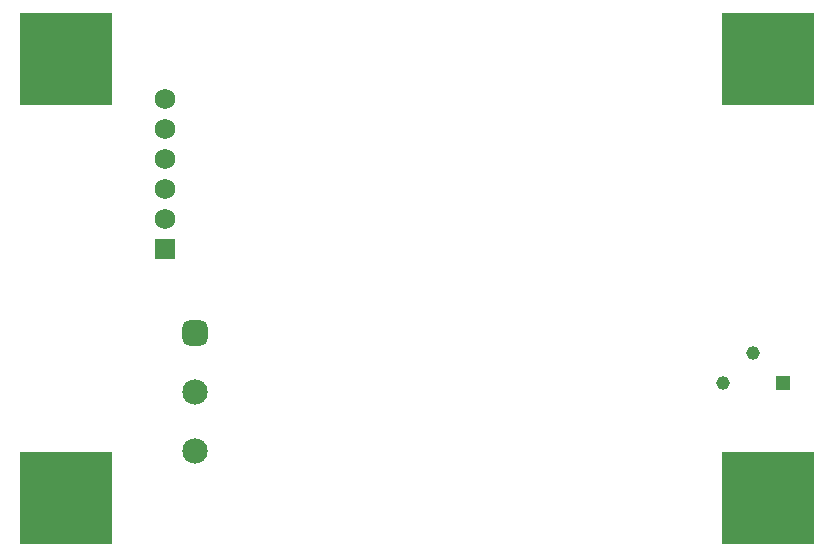
<source format=gbs>
G04*
G04 #@! TF.GenerationSoftware,Altium Limited,Altium Designer,24.9.1 (31)*
G04*
G04 Layer_Color=16711935*
%FSLAX44Y44*%
%MOMM*%
G71*
G04*
G04 #@! TF.SameCoordinates,6922BCB2-4B6C-4A80-BBEF-7EC809250BDD*
G04*
G04*
G04 #@! TF.FilePolarity,Negative*
G04*
G01*
G75*
%ADD32R,7.8232X7.8232*%
%ADD33R,1.1500X1.1500*%
%ADD34C,1.1500*%
%ADD35C,2.1532*%
G04:AMPARAMS|DCode=36|XSize=2.1532mm|YSize=2.1532mm|CornerRadius=0.5891mm|HoleSize=0mm|Usage=FLASHONLY|Rotation=270.000|XOffset=0mm|YOffset=0mm|HoleType=Round|Shape=RoundedRectangle|*
%AMROUNDEDRECTD36*
21,1,2.1532,0.9750,0,0,270.0*
21,1,0.9750,2.1532,0,0,270.0*
1,1,1.1782,-0.4875,-0.4875*
1,1,1.1782,-0.4875,0.4875*
1,1,1.1782,0.4875,0.4875*
1,1,1.1782,0.4875,-0.4875*
%
%ADD36ROUNDEDRECTD36*%
%ADD37R,1.7532X1.7532*%
%ADD38C,1.7532*%
D32*
X1050290Y316230D02*
D03*
X1050290Y688340D02*
D03*
X455930Y316230D02*
D03*
X455930Y688340D02*
D03*
D33*
X1062990Y414020D02*
D03*
D34*
X1012190D02*
D03*
X1037590Y439420D02*
D03*
D35*
X565230Y406403D02*
D03*
Y356403D02*
D03*
D36*
Y456402D02*
D03*
D37*
X539750Y527050D02*
D03*
D38*
Y552450D02*
D03*
Y577850D02*
D03*
Y603250D02*
D03*
Y628650D02*
D03*
Y654050D02*
D03*
M02*

</source>
